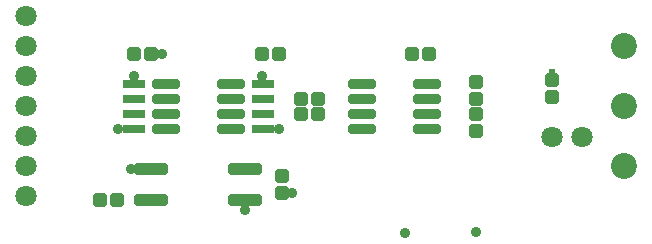
<source format=gts>
G04*
G04 #@! TF.GenerationSoftware,Altium Limited,Altium Designer,21.2.1 (34)*
G04*
G04 Layer_Color=8388736*
%FSTAX24Y24*%
%MOIN*%
G70*
G04*
G04 #@! TF.SameCoordinates,7DA4DDB6-0622-4AF5-A47C-4C96ED8C5F13*
G04*
G04*
G04 #@! TF.FilePolarity,Negative*
G04*
G01*
G75*
G04:AMPARAMS|DCode=18|XSize=45.3mil|YSize=45.3mil|CornerRadius=5.8mil|HoleSize=0mil|Usage=FLASHONLY|Rotation=0.000|XOffset=0mil|YOffset=0mil|HoleType=Round|Shape=RoundedRectangle|*
%AMROUNDEDRECTD18*
21,1,0.0453,0.0337,0,0,0.0*
21,1,0.0337,0.0453,0,0,0.0*
1,1,0.0116,0.0168,-0.0168*
1,1,0.0116,-0.0168,-0.0168*
1,1,0.0116,-0.0168,0.0168*
1,1,0.0116,0.0168,0.0168*
%
%ADD18ROUNDEDRECTD18*%
G04:AMPARAMS|DCode=19|XSize=76.4mil|YSize=29.1mil|CornerRadius=3.9mil|HoleSize=0mil|Usage=FLASHONLY|Rotation=180.000|XOffset=0mil|YOffset=0mil|HoleType=Round|Shape=RoundedRectangle|*
%AMROUNDEDRECTD19*
21,1,0.0764,0.0213,0,0,180.0*
21,1,0.0685,0.0291,0,0,180.0*
1,1,0.0079,-0.0343,0.0106*
1,1,0.0079,0.0343,0.0106*
1,1,0.0079,0.0343,-0.0106*
1,1,0.0079,-0.0343,-0.0106*
%
%ADD19ROUNDEDRECTD19*%
G04:AMPARAMS|DCode=20|XSize=31.5mil|YSize=91.9mil|CornerRadius=5.1mil|HoleSize=0mil|Usage=FLASHONLY|Rotation=270.000|XOffset=0mil|YOffset=0mil|HoleType=Round|Shape=RoundedRectangle|*
%AMROUNDEDRECTD20*
21,1,0.0315,0.0817,0,0,270.0*
21,1,0.0213,0.0919,0,0,270.0*
1,1,0.0102,-0.0408,-0.0106*
1,1,0.0102,-0.0408,0.0106*
1,1,0.0102,0.0408,0.0106*
1,1,0.0102,0.0408,-0.0106*
%
%ADD20ROUNDEDRECTD20*%
G04:AMPARAMS|DCode=21|XSize=39.5mil|YSize=110.4mil|CornerRadius=5.6mil|HoleSize=0mil|Usage=FLASHONLY|Rotation=90.000|XOffset=0mil|YOffset=0mil|HoleType=Round|Shape=RoundedRectangle|*
%AMROUNDEDRECTD21*
21,1,0.0395,0.0992,0,0,90.0*
21,1,0.0283,0.1104,0,0,90.0*
1,1,0.0112,0.0496,0.0142*
1,1,0.0112,0.0496,-0.0142*
1,1,0.0112,-0.0496,-0.0142*
1,1,0.0112,-0.0496,0.0142*
%
%ADD21ROUNDEDRECTD21*%
G04:AMPARAMS|DCode=22|XSize=45.3mil|YSize=45.3mil|CornerRadius=8.6mil|HoleSize=0mil|Usage=FLASHONLY|Rotation=180.000|XOffset=0mil|YOffset=0mil|HoleType=Round|Shape=RoundedRectangle|*
%AMROUNDEDRECTD22*
21,1,0.0453,0.0281,0,0,180.0*
21,1,0.0281,0.0453,0,0,180.0*
1,1,0.0172,-0.0140,0.0140*
1,1,0.0172,0.0140,0.0140*
1,1,0.0172,0.0140,-0.0140*
1,1,0.0172,-0.0140,-0.0140*
%
%ADD22ROUNDEDRECTD22*%
G04:AMPARAMS|DCode=23|XSize=45.3mil|YSize=45.3mil|CornerRadius=8.6mil|HoleSize=0mil|Usage=FLASHONLY|Rotation=90.000|XOffset=0mil|YOffset=0mil|HoleType=Round|Shape=RoundedRectangle|*
%AMROUNDEDRECTD23*
21,1,0.0453,0.0281,0,0,90.0*
21,1,0.0281,0.0453,0,0,90.0*
1,1,0.0172,0.0140,0.0140*
1,1,0.0172,0.0140,-0.0140*
1,1,0.0172,-0.0140,-0.0140*
1,1,0.0172,-0.0140,0.0140*
%
%ADD23ROUNDEDRECTD23*%
%ADD24C,0.0709*%
%ADD25C,0.0866*%
%ADD26C,0.0356*%
%ADD27C,0.0237*%
D18*
X03231Y026364D02*
D03*
X031739D02*
D03*
X041001Y026364D02*
D03*
X041572D02*
D03*
X036572Y026364D02*
D03*
X036001D02*
D03*
D19*
X031739Y023882D02*
D03*
Y024382D02*
D03*
Y024882D02*
D03*
Y025382D02*
D03*
X03603Y023882D02*
D03*
Y024382D02*
D03*
Y024882D02*
D03*
Y025382D02*
D03*
D20*
X032809Y023882D02*
D03*
Y024382D02*
D03*
Y024882D02*
D03*
Y025382D02*
D03*
X03496Y023882D02*
D03*
Y024382D02*
D03*
Y024882D02*
D03*
Y025382D02*
D03*
X041496Y025372D02*
D03*
Y024872D02*
D03*
Y024372D02*
D03*
Y023872D02*
D03*
X039344Y025372D02*
D03*
Y024872D02*
D03*
Y024372D02*
D03*
Y023872D02*
D03*
D21*
X035438Y022543D02*
D03*
Y021524D02*
D03*
X032309Y022543D02*
D03*
Y021524D02*
D03*
D22*
X030607D02*
D03*
X031178D02*
D03*
X0373Y024882D02*
D03*
X037871D02*
D03*
X0373Y024382D02*
D03*
X037871D02*
D03*
D23*
X03668Y022319D02*
D03*
Y021748D02*
D03*
X04568Y024937D02*
D03*
Y025508D02*
D03*
X043137Y025443D02*
D03*
Y024872D02*
D03*
Y024372D02*
D03*
Y023801D02*
D03*
D24*
X04668Y023608D02*
D03*
X04568D02*
D03*
X028137Y021632D02*
D03*
Y026632D02*
D03*
Y024632D02*
D03*
Y023632D02*
D03*
Y022632D02*
D03*
Y025632D02*
D03*
Y027632D02*
D03*
D25*
X048058Y026632D02*
D03*
Y024632D02*
D03*
Y022632D02*
D03*
D26*
X036011Y025656D02*
D03*
X037005Y021748D02*
D03*
X036564Y023882D02*
D03*
X031719Y025656D02*
D03*
X032664Y026364D02*
D03*
X031206Y023882D02*
D03*
X043137Y020459D02*
D03*
X040774Y020419D02*
D03*
X035438Y021188D02*
D03*
X031643Y022543D02*
D03*
D27*
X04568Y025797D02*
D03*
M02*

</source>
